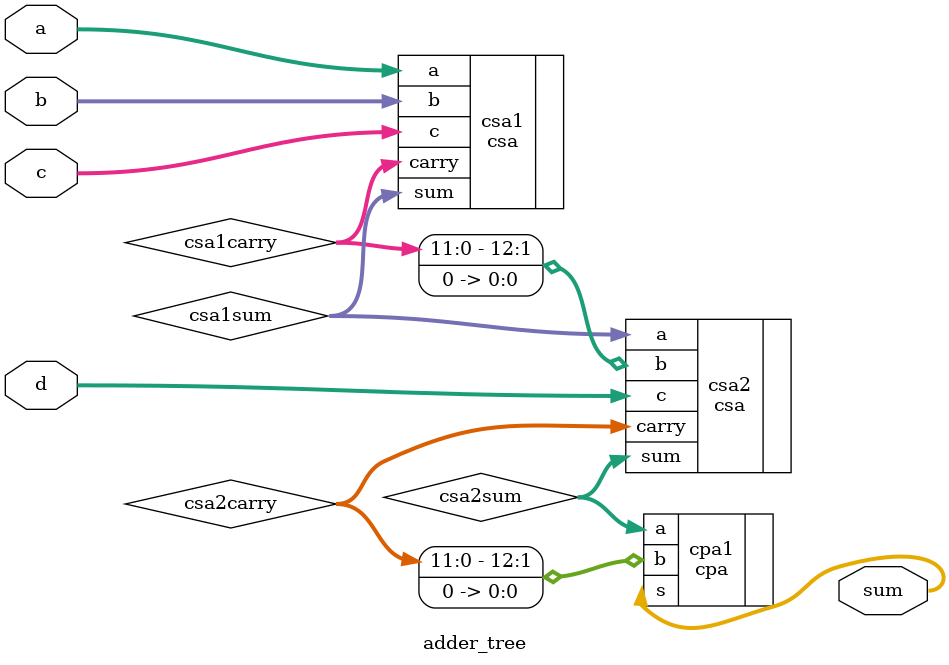
<source format=v>
`ifndef ADDER_TREE_V
`define ADDER_TREE_V

/*
    Implementation of the adder tree block (4 operand  13-bit adder)
*/
module adder_tree(input [12:0] a, b, c, d, output [12:0] sum);

    wire [12:0] csa1sum;
    wire [12:0] csa2sum;
    wire [12:0] csa1carry;
    wire [12:0] csa2carry;

    csa csa1(.sum(csa1sum), 
        .carry(csa1carry), 
        .a(a), .b(b), .c(c));

    csa csa2(.sum(csa2sum),
        .carry(csa2carry),
        .a(csa1sum), .b(csa1carry << 1), .c(d));

    cpa cpa1(.s(sum), .a(csa2sum), .b(csa2carry << 1));

endmodule

`endif //ADDER_TREE_V
</source>
